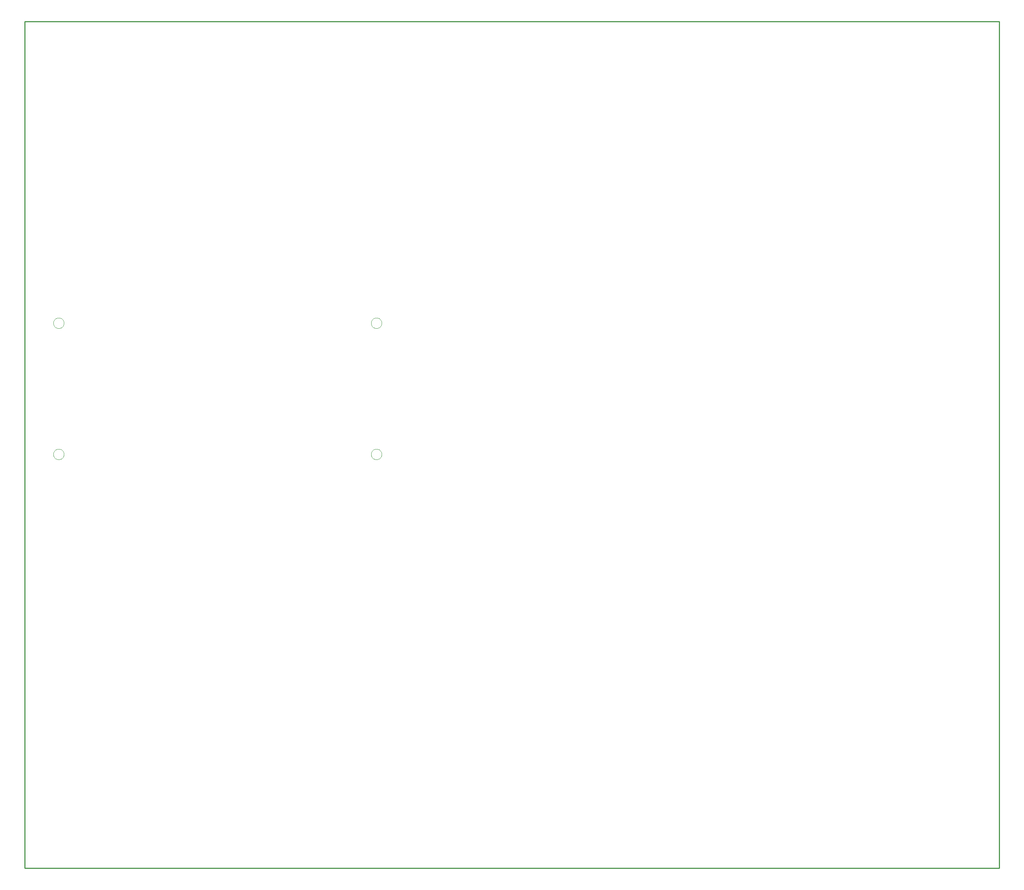
<source format=gbr>
G75*
%MOIN*%
%OFA0B0*%
%FSLAX24Y24*%
%IPPOS*%
%LPD*%
%AMOC8*
5,1,8,0,0,1.08239X$1,22.5*
%
%ADD10C,0.0100*%
%ADD11C,0.0000*%
D10*
X002450Y003050D02*
X002450Y081790D01*
X093001Y081790D01*
X093001Y003050D01*
X002450Y003050D01*
D11*
X005094Y041548D02*
X005096Y041592D01*
X005102Y041636D01*
X005112Y041679D01*
X005125Y041721D01*
X005143Y041761D01*
X005164Y041800D01*
X005188Y041837D01*
X005215Y041872D01*
X005246Y041904D01*
X005279Y041933D01*
X005315Y041959D01*
X005353Y041981D01*
X005393Y042000D01*
X005434Y042016D01*
X005477Y042028D01*
X005520Y042036D01*
X005564Y042040D01*
X005608Y042040D01*
X005652Y042036D01*
X005695Y042028D01*
X005738Y042016D01*
X005779Y042000D01*
X005819Y041981D01*
X005857Y041959D01*
X005893Y041933D01*
X005926Y041904D01*
X005957Y041872D01*
X005984Y041837D01*
X006008Y041800D01*
X006029Y041761D01*
X006047Y041721D01*
X006060Y041679D01*
X006070Y041636D01*
X006076Y041592D01*
X006078Y041548D01*
X006076Y041504D01*
X006070Y041460D01*
X006060Y041417D01*
X006047Y041375D01*
X006029Y041335D01*
X006008Y041296D01*
X005984Y041259D01*
X005957Y041224D01*
X005926Y041192D01*
X005893Y041163D01*
X005857Y041137D01*
X005819Y041115D01*
X005779Y041096D01*
X005738Y041080D01*
X005695Y041068D01*
X005652Y041060D01*
X005608Y041056D01*
X005564Y041056D01*
X005520Y041060D01*
X005477Y041068D01*
X005434Y041080D01*
X005393Y041096D01*
X005353Y041115D01*
X005315Y041137D01*
X005279Y041163D01*
X005246Y041192D01*
X005215Y041224D01*
X005188Y041259D01*
X005164Y041296D01*
X005143Y041335D01*
X005125Y041375D01*
X005112Y041417D01*
X005102Y041460D01*
X005096Y041504D01*
X005094Y041548D01*
X005094Y053752D02*
X005096Y053796D01*
X005102Y053840D01*
X005112Y053883D01*
X005125Y053925D01*
X005143Y053965D01*
X005164Y054004D01*
X005188Y054041D01*
X005215Y054076D01*
X005246Y054108D01*
X005279Y054137D01*
X005315Y054163D01*
X005353Y054185D01*
X005393Y054204D01*
X005434Y054220D01*
X005477Y054232D01*
X005520Y054240D01*
X005564Y054244D01*
X005608Y054244D01*
X005652Y054240D01*
X005695Y054232D01*
X005738Y054220D01*
X005779Y054204D01*
X005819Y054185D01*
X005857Y054163D01*
X005893Y054137D01*
X005926Y054108D01*
X005957Y054076D01*
X005984Y054041D01*
X006008Y054004D01*
X006029Y053965D01*
X006047Y053925D01*
X006060Y053883D01*
X006070Y053840D01*
X006076Y053796D01*
X006078Y053752D01*
X006076Y053708D01*
X006070Y053664D01*
X006060Y053621D01*
X006047Y053579D01*
X006029Y053539D01*
X006008Y053500D01*
X005984Y053463D01*
X005957Y053428D01*
X005926Y053396D01*
X005893Y053367D01*
X005857Y053341D01*
X005819Y053319D01*
X005779Y053300D01*
X005738Y053284D01*
X005695Y053272D01*
X005652Y053264D01*
X005608Y053260D01*
X005564Y053260D01*
X005520Y053264D01*
X005477Y053272D01*
X005434Y053284D01*
X005393Y053300D01*
X005353Y053319D01*
X005315Y053341D01*
X005279Y053367D01*
X005246Y053396D01*
X005215Y053428D01*
X005188Y053463D01*
X005164Y053500D01*
X005143Y053539D01*
X005125Y053579D01*
X005112Y053621D01*
X005102Y053664D01*
X005096Y053708D01*
X005094Y053752D01*
X034622Y053752D02*
X034624Y053796D01*
X034630Y053840D01*
X034640Y053883D01*
X034653Y053925D01*
X034671Y053965D01*
X034692Y054004D01*
X034716Y054041D01*
X034743Y054076D01*
X034774Y054108D01*
X034807Y054137D01*
X034843Y054163D01*
X034881Y054185D01*
X034921Y054204D01*
X034962Y054220D01*
X035005Y054232D01*
X035048Y054240D01*
X035092Y054244D01*
X035136Y054244D01*
X035180Y054240D01*
X035223Y054232D01*
X035266Y054220D01*
X035307Y054204D01*
X035347Y054185D01*
X035385Y054163D01*
X035421Y054137D01*
X035454Y054108D01*
X035485Y054076D01*
X035512Y054041D01*
X035536Y054004D01*
X035557Y053965D01*
X035575Y053925D01*
X035588Y053883D01*
X035598Y053840D01*
X035604Y053796D01*
X035606Y053752D01*
X035604Y053708D01*
X035598Y053664D01*
X035588Y053621D01*
X035575Y053579D01*
X035557Y053539D01*
X035536Y053500D01*
X035512Y053463D01*
X035485Y053428D01*
X035454Y053396D01*
X035421Y053367D01*
X035385Y053341D01*
X035347Y053319D01*
X035307Y053300D01*
X035266Y053284D01*
X035223Y053272D01*
X035180Y053264D01*
X035136Y053260D01*
X035092Y053260D01*
X035048Y053264D01*
X035005Y053272D01*
X034962Y053284D01*
X034921Y053300D01*
X034881Y053319D01*
X034843Y053341D01*
X034807Y053367D01*
X034774Y053396D01*
X034743Y053428D01*
X034716Y053463D01*
X034692Y053500D01*
X034671Y053539D01*
X034653Y053579D01*
X034640Y053621D01*
X034630Y053664D01*
X034624Y053708D01*
X034622Y053752D01*
X034622Y041548D02*
X034624Y041592D01*
X034630Y041636D01*
X034640Y041679D01*
X034653Y041721D01*
X034671Y041761D01*
X034692Y041800D01*
X034716Y041837D01*
X034743Y041872D01*
X034774Y041904D01*
X034807Y041933D01*
X034843Y041959D01*
X034881Y041981D01*
X034921Y042000D01*
X034962Y042016D01*
X035005Y042028D01*
X035048Y042036D01*
X035092Y042040D01*
X035136Y042040D01*
X035180Y042036D01*
X035223Y042028D01*
X035266Y042016D01*
X035307Y042000D01*
X035347Y041981D01*
X035385Y041959D01*
X035421Y041933D01*
X035454Y041904D01*
X035485Y041872D01*
X035512Y041837D01*
X035536Y041800D01*
X035557Y041761D01*
X035575Y041721D01*
X035588Y041679D01*
X035598Y041636D01*
X035604Y041592D01*
X035606Y041548D01*
X035604Y041504D01*
X035598Y041460D01*
X035588Y041417D01*
X035575Y041375D01*
X035557Y041335D01*
X035536Y041296D01*
X035512Y041259D01*
X035485Y041224D01*
X035454Y041192D01*
X035421Y041163D01*
X035385Y041137D01*
X035347Y041115D01*
X035307Y041096D01*
X035266Y041080D01*
X035223Y041068D01*
X035180Y041060D01*
X035136Y041056D01*
X035092Y041056D01*
X035048Y041060D01*
X035005Y041068D01*
X034962Y041080D01*
X034921Y041096D01*
X034881Y041115D01*
X034843Y041137D01*
X034807Y041163D01*
X034774Y041192D01*
X034743Y041224D01*
X034716Y041259D01*
X034692Y041296D01*
X034671Y041335D01*
X034653Y041375D01*
X034640Y041417D01*
X034630Y041460D01*
X034624Y041504D01*
X034622Y041548D01*
M02*

</source>
